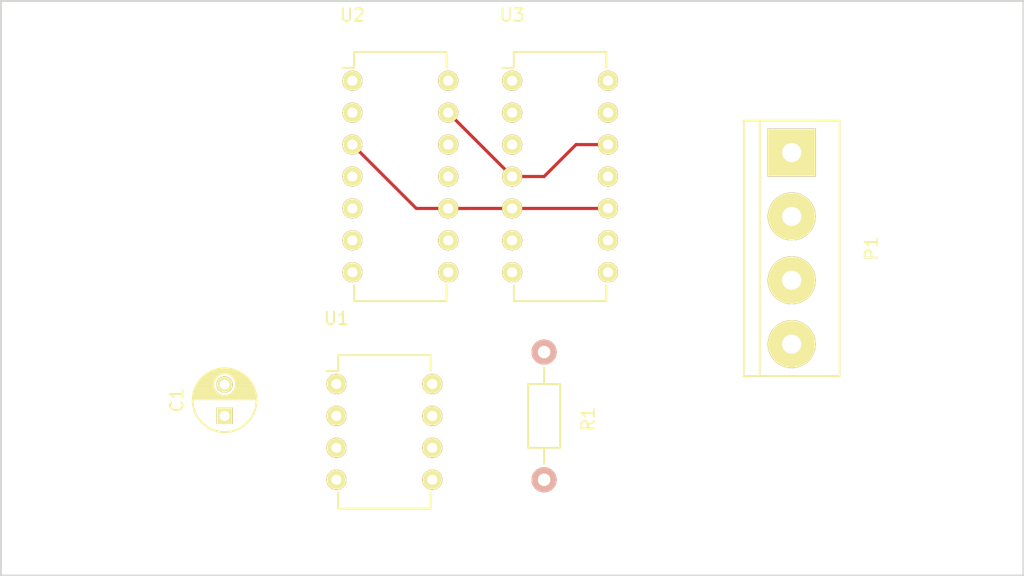
<source format=kicad_pcb>
(kicad_pcb (version 4) (host pcbnew 4.0.2+dfsg1-stable)

  (general
    (links 30)
    (no_connects 25)
    (area 109.22 90.17 191.77 137.16)
    (thickness 1.6)
    (drawings 4)
    (tracks 9)
    (zones 0)
    (modules 6)
    (nets 15)
  )

  (page A4)
  (layers
    (0 F.Cu signal)
    (31 B.Cu signal)
    (32 B.Adhes user)
    (33 F.Adhes user)
    (34 B.Paste user)
    (35 F.Paste user)
    (36 B.SilkS user)
    (37 F.SilkS user)
    (38 B.Mask user)
    (39 F.Mask user)
    (40 Dwgs.User user)
    (41 Cmts.User user)
    (42 Eco1.User user)
    (43 Eco2.User user)
    (44 Edge.Cuts user)
    (45 Margin user)
    (46 B.CrtYd user)
    (47 F.CrtYd user)
    (48 B.Fab user)
    (49 F.Fab user)
  )

  (setup
    (last_trace_width 0.25)
    (trace_clearance 0.2)
    (zone_clearance 0.508)
    (zone_45_only no)
    (trace_min 0.2)
    (segment_width 0.2)
    (edge_width 0.15)
    (via_size 0.6)
    (via_drill 0.4)
    (via_min_size 0.4)
    (via_min_drill 0.3)
    (uvia_size 0.3)
    (uvia_drill 0.1)
    (uvias_allowed no)
    (uvia_min_size 0.2)
    (uvia_min_drill 0.1)
    (pcb_text_width 0.3)
    (pcb_text_size 1.5 1.5)
    (mod_edge_width 0.15)
    (mod_text_size 1 1)
    (mod_text_width 0.15)
    (pad_size 1.524 1.524)
    (pad_drill 0.762)
    (pad_to_mask_clearance 0.2)
    (aux_axis_origin 0 0)
    (visible_elements FFFFFF7F)
    (pcbplotparams
      (layerselection 0x00030_80000001)
      (usegerberextensions false)
      (excludeedgelayer true)
      (linewidth 0.100000)
      (plotframeref false)
      (viasonmask false)
      (mode 1)
      (useauxorigin false)
      (hpglpennumber 1)
      (hpglpenspeed 20)
      (hpglpendiameter 15)
      (hpglpenoverlay 2)
      (psnegative false)
      (psa4output false)
      (plotreference true)
      (plotvalue true)
      (plotinvisibletext false)
      (padsonsilk false)
      (subtractmaskfromsilk false)
      (outputformat 1)
      (mirror false)
      (drillshape 1)
      (scaleselection 1)
      (outputdirectory ""))
  )

  (net 0 "")
  (net 1 "Net-(C1-Pad1)")
  (net 2 GND)
  (net 3 "Net-(P1-Pad2)")
  (net 4 "Net-(P1-Pad3)")
  (net 5 "Net-(P1-Pad1)")
  (net 6 "Net-(P1-Pad4)")
  (net 7 VCC)
  (net 8 "Net-(R1-Pad2)")
  (net 9 "Net-(U1-Pad3)")
  (net 10 "Net-(U1-Pad5)")
  (net 11 "Net-(U2-Pad10)")
  (net 12 "Net-(U2-Pad6)")
  (net 13 "Net-(U2-Pad13)")
  (net 14 "Net-(U2-Pad9)")

  (net_class Default "This is the default net class."
    (clearance 0.2)
    (trace_width 0.25)
    (via_dia 0.6)
    (via_drill 0.4)
    (uvia_dia 0.3)
    (uvia_drill 0.1)
    (add_net GND)
    (add_net "Net-(C1-Pad1)")
    (add_net "Net-(P1-Pad1)")
    (add_net "Net-(P1-Pad2)")
    (add_net "Net-(P1-Pad3)")
    (add_net "Net-(P1-Pad4)")
    (add_net "Net-(R1-Pad2)")
    (add_net "Net-(U1-Pad3)")
    (add_net "Net-(U1-Pad5)")
    (add_net "Net-(U2-Pad10)")
    (add_net "Net-(U2-Pad13)")
    (add_net "Net-(U2-Pad6)")
    (add_net "Net-(U2-Pad9)")
    (add_net VCC)
  )

  (module Capacitors_ThroughHole:C_Radial_D5_L11_P2.5 placed (layer F.Cu) (tedit 0) (tstamp 5DE96D49)
    (at 128.27 124.46 90)
    (descr "Radial Electrolytic Capacitor Diameter 5mm x Length 11mm, Pitch 2.5mm")
    (tags "Electrolytic Capacitor")
    (path /5DE6BE73)
    (fp_text reference C1 (at 1.25 -3.8 90) (layer F.SilkS)
      (effects (font (size 1 1) (thickness 0.15)))
    )
    (fp_text value CP_Small (at 1.25 3.8 90) (layer F.Fab)
      (effects (font (size 1 1) (thickness 0.15)))
    )
    (fp_line (start 1.325 -2.499) (end 1.325 2.499) (layer F.SilkS) (width 0.15))
    (fp_line (start 1.465 -2.491) (end 1.465 2.491) (layer F.SilkS) (width 0.15))
    (fp_line (start 1.605 -2.475) (end 1.605 -0.095) (layer F.SilkS) (width 0.15))
    (fp_line (start 1.605 0.095) (end 1.605 2.475) (layer F.SilkS) (width 0.15))
    (fp_line (start 1.745 -2.451) (end 1.745 -0.49) (layer F.SilkS) (width 0.15))
    (fp_line (start 1.745 0.49) (end 1.745 2.451) (layer F.SilkS) (width 0.15))
    (fp_line (start 1.885 -2.418) (end 1.885 -0.657) (layer F.SilkS) (width 0.15))
    (fp_line (start 1.885 0.657) (end 1.885 2.418) (layer F.SilkS) (width 0.15))
    (fp_line (start 2.025 -2.377) (end 2.025 -0.764) (layer F.SilkS) (width 0.15))
    (fp_line (start 2.025 0.764) (end 2.025 2.377) (layer F.SilkS) (width 0.15))
    (fp_line (start 2.165 -2.327) (end 2.165 -0.835) (layer F.SilkS) (width 0.15))
    (fp_line (start 2.165 0.835) (end 2.165 2.327) (layer F.SilkS) (width 0.15))
    (fp_line (start 2.305 -2.266) (end 2.305 -0.879) (layer F.SilkS) (width 0.15))
    (fp_line (start 2.305 0.879) (end 2.305 2.266) (layer F.SilkS) (width 0.15))
    (fp_line (start 2.445 -2.196) (end 2.445 -0.898) (layer F.SilkS) (width 0.15))
    (fp_line (start 2.445 0.898) (end 2.445 2.196) (layer F.SilkS) (width 0.15))
    (fp_line (start 2.585 -2.114) (end 2.585 -0.896) (layer F.SilkS) (width 0.15))
    (fp_line (start 2.585 0.896) (end 2.585 2.114) (layer F.SilkS) (width 0.15))
    (fp_line (start 2.725 -2.019) (end 2.725 -0.871) (layer F.SilkS) (width 0.15))
    (fp_line (start 2.725 0.871) (end 2.725 2.019) (layer F.SilkS) (width 0.15))
    (fp_line (start 2.865 -1.908) (end 2.865 -0.823) (layer F.SilkS) (width 0.15))
    (fp_line (start 2.865 0.823) (end 2.865 1.908) (layer F.SilkS) (width 0.15))
    (fp_line (start 3.005 -1.78) (end 3.005 -0.745) (layer F.SilkS) (width 0.15))
    (fp_line (start 3.005 0.745) (end 3.005 1.78) (layer F.SilkS) (width 0.15))
    (fp_line (start 3.145 -1.631) (end 3.145 -0.628) (layer F.SilkS) (width 0.15))
    (fp_line (start 3.145 0.628) (end 3.145 1.631) (layer F.SilkS) (width 0.15))
    (fp_line (start 3.285 -1.452) (end 3.285 -0.44) (layer F.SilkS) (width 0.15))
    (fp_line (start 3.285 0.44) (end 3.285 1.452) (layer F.SilkS) (width 0.15))
    (fp_line (start 3.425 -1.233) (end 3.425 1.233) (layer F.SilkS) (width 0.15))
    (fp_line (start 3.565 -0.944) (end 3.565 0.944) (layer F.SilkS) (width 0.15))
    (fp_line (start 3.705 -0.472) (end 3.705 0.472) (layer F.SilkS) (width 0.15))
    (fp_circle (center 2.5 0) (end 2.5 -0.9) (layer F.SilkS) (width 0.15))
    (fp_circle (center 1.25 0) (end 1.25 -2.5375) (layer F.SilkS) (width 0.15))
    (fp_circle (center 1.25 0) (end 1.25 -2.8) (layer F.CrtYd) (width 0.05))
    (pad 1 thru_hole rect (at 0 0 90) (size 1.3 1.3) (drill 0.8) (layers *.Cu *.Mask F.SilkS)
      (net 1 "Net-(C1-Pad1)"))
    (pad 2 thru_hole circle (at 2.5 0 90) (size 1.3 1.3) (drill 0.8) (layers *.Cu *.Mask F.SilkS)
      (net 2 GND))
    (model Capacitors_ThroughHole.3dshapes/C_Radial_D5_L11_P2.5.wrl
      (at (xyz 0.049213 0 0))
      (scale (xyz 1 1 1))
      (rotate (xyz 0 0 90))
    )
  )

  (module Connect:bornier4 placed (layer F.Cu) (tedit 0) (tstamp 5DE96D56)
    (at 173.355 111.125 270)
    (descr "Bornier d'alimentation 4 pins")
    (tags DEV)
    (path /5DE6E28C)
    (fp_text reference P1 (at 0 -6.35 270) (layer F.SilkS)
      (effects (font (size 1 1) (thickness 0.15)))
    )
    (fp_text value CONN_01X04 (at 0 5.08 270) (layer F.Fab)
      (effects (font (size 1 1) (thickness 0.15)))
    )
    (fp_line (start -10.16 -3.81) (end -10.16 3.81) (layer F.SilkS) (width 0.15))
    (fp_line (start 10.16 3.81) (end 10.16 -3.81) (layer F.SilkS) (width 0.15))
    (fp_line (start 10.16 2.54) (end -10.16 2.54) (layer F.SilkS) (width 0.15))
    (fp_line (start -10.16 -3.81) (end 10.16 -3.81) (layer F.SilkS) (width 0.15))
    (fp_line (start -10.16 3.81) (end 10.16 3.81) (layer F.SilkS) (width 0.15))
    (pad 2 thru_hole circle (at -2.54 0 270) (size 3.81 3.81) (drill 1.524) (layers *.Cu *.Mask F.SilkS)
      (net 3 "Net-(P1-Pad2)"))
    (pad 3 thru_hole circle (at 2.54 0 270) (size 3.81 3.81) (drill 1.524) (layers *.Cu *.Mask F.SilkS)
      (net 4 "Net-(P1-Pad3)"))
    (pad 1 thru_hole rect (at -7.62 0 270) (size 3.81 3.81) (drill 1.524) (layers *.Cu *.Mask F.SilkS)
      (net 5 "Net-(P1-Pad1)"))
    (pad 4 thru_hole circle (at 7.62 0 270) (size 3.81 3.81) (drill 1.524) (layers *.Cu *.Mask F.SilkS)
      (net 6 "Net-(P1-Pad4)"))
    (model Connect.3dshapes/bornier4.wrl
      (at (xyz 0 0 0))
      (scale (xyz 1 1 1))
      (rotate (xyz 0 0 0))
    )
  )

  (module Resistors_ThroughHole:Resistor_Horizontal_RM10mm placed (layer F.Cu) (tedit 56648415) (tstamp 5DE96D66)
    (at 153.67 119.38 270)
    (descr "Resistor, Axial,  RM 10mm, 1/3W")
    (tags "Resistor Axial RM 10mm 1/3W")
    (path /5DE6C7E1)
    (fp_text reference R1 (at 5.32892 -3.50012 270) (layer F.SilkS)
      (effects (font (size 1 1) (thickness 0.15)))
    )
    (fp_text value R_Small (at 5.08 3.81 270) (layer F.Fab)
      (effects (font (size 1 1) (thickness 0.15)))
    )
    (fp_line (start -1.25 -1.5) (end 11.4 -1.5) (layer F.CrtYd) (width 0.05))
    (fp_line (start -1.25 1.5) (end -1.25 -1.5) (layer F.CrtYd) (width 0.05))
    (fp_line (start 11.4 -1.5) (end 11.4 1.5) (layer F.CrtYd) (width 0.05))
    (fp_line (start -1.25 1.5) (end 11.4 1.5) (layer F.CrtYd) (width 0.05))
    (fp_line (start 2.54 -1.27) (end 7.62 -1.27) (layer F.SilkS) (width 0.15))
    (fp_line (start 7.62 -1.27) (end 7.62 1.27) (layer F.SilkS) (width 0.15))
    (fp_line (start 7.62 1.27) (end 2.54 1.27) (layer F.SilkS) (width 0.15))
    (fp_line (start 2.54 1.27) (end 2.54 -1.27) (layer F.SilkS) (width 0.15))
    (fp_line (start 2.54 0) (end 1.27 0) (layer F.SilkS) (width 0.15))
    (fp_line (start 7.62 0) (end 8.89 0) (layer F.SilkS) (width 0.15))
    (pad 1 thru_hole circle (at 0 0 270) (size 1.99898 1.99898) (drill 1.00076) (layers *.Cu *.SilkS *.Mask)
      (net 7 VCC))
    (pad 2 thru_hole circle (at 10.16 0 270) (size 1.99898 1.99898) (drill 1.00076) (layers *.Cu *.SilkS *.Mask)
      (net 8 "Net-(R1-Pad2)"))
    (model Resistors_ThroughHole.3dshapes/Resistor_Horizontal_RM10mm.wrl
      (at (xyz 0 0 0))
      (scale (xyz 0.4 0.4 0.4))
      (rotate (xyz 0 0 0))
    )
  )

  (module Housings_DIP:DIP-8_W7.62mm placed (layer F.Cu) (tedit 54130A77) (tstamp 5DE96D7D)
    (at 137.16 121.92)
    (descr "8-lead dip package, row spacing 7.62 mm (300 mils)")
    (tags "dil dip 2.54 300")
    (path /5DE6991B)
    (fp_text reference U1 (at 0 -5.22) (layer F.SilkS)
      (effects (font (size 1 1) (thickness 0.15)))
    )
    (fp_text value LM555N (at 0 -3.72) (layer F.Fab)
      (effects (font (size 1 1) (thickness 0.15)))
    )
    (fp_line (start -1.05 -2.45) (end -1.05 10.1) (layer F.CrtYd) (width 0.05))
    (fp_line (start 8.65 -2.45) (end 8.65 10.1) (layer F.CrtYd) (width 0.05))
    (fp_line (start -1.05 -2.45) (end 8.65 -2.45) (layer F.CrtYd) (width 0.05))
    (fp_line (start -1.05 10.1) (end 8.65 10.1) (layer F.CrtYd) (width 0.05))
    (fp_line (start 0.135 -2.295) (end 0.135 -1.025) (layer F.SilkS) (width 0.15))
    (fp_line (start 7.485 -2.295) (end 7.485 -1.025) (layer F.SilkS) (width 0.15))
    (fp_line (start 7.485 9.915) (end 7.485 8.645) (layer F.SilkS) (width 0.15))
    (fp_line (start 0.135 9.915) (end 0.135 8.645) (layer F.SilkS) (width 0.15))
    (fp_line (start 0.135 -2.295) (end 7.485 -2.295) (layer F.SilkS) (width 0.15))
    (fp_line (start 0.135 9.915) (end 7.485 9.915) (layer F.SilkS) (width 0.15))
    (fp_line (start 0.135 -1.025) (end -0.8 -1.025) (layer F.SilkS) (width 0.15))
    (pad 1 thru_hole oval (at 0 0) (size 1.6 1.6) (drill 0.8) (layers *.Cu *.Mask F.SilkS)
      (net 2 GND))
    (pad 2 thru_hole oval (at 0 2.54) (size 1.6 1.6) (drill 0.8) (layers *.Cu *.Mask F.SilkS)
      (net 1 "Net-(C1-Pad1)"))
    (pad 3 thru_hole oval (at 0 5.08) (size 1.6 1.6) (drill 0.8) (layers *.Cu *.Mask F.SilkS)
      (net 9 "Net-(U1-Pad3)"))
    (pad 4 thru_hole oval (at 0 7.62) (size 1.6 1.6) (drill 0.8) (layers *.Cu *.Mask F.SilkS)
      (net 7 VCC))
    (pad 5 thru_hole oval (at 7.62 7.62) (size 1.6 1.6) (drill 0.8) (layers *.Cu *.Mask F.SilkS)
      (net 10 "Net-(U1-Pad5)"))
    (pad 6 thru_hole oval (at 7.62 5.08) (size 1.6 1.6) (drill 0.8) (layers *.Cu *.Mask F.SilkS)
      (net 1 "Net-(C1-Pad1)"))
    (pad 7 thru_hole oval (at 7.62 2.54) (size 1.6 1.6) (drill 0.8) (layers *.Cu *.Mask F.SilkS)
      (net 8 "Net-(R1-Pad2)"))
    (pad 8 thru_hole oval (at 7.62 0) (size 1.6 1.6) (drill 0.8) (layers *.Cu *.Mask F.SilkS)
      (net 7 VCC))
    (model Housings_DIP.3dshapes/DIP-8_W7.62mm.wrl
      (at (xyz 0 0 0))
      (scale (xyz 1 1 1))
      (rotate (xyz 0 0 0))
    )
  )

  (module Housings_DIP:DIP-14_W7.62mm placed (layer F.Cu) (tedit 54130A77) (tstamp 5DE96D9A)
    (at 138.43 97.79)
    (descr "14-lead dip package, row spacing 7.62 mm (300 mils)")
    (tags "dil dip 2.54 300")
    (path /5DE69E4B)
    (fp_text reference U2 (at 0 -5.22) (layer F.SilkS)
      (effects (font (size 1 1) (thickness 0.15)))
    )
    (fp_text value 74LS109 (at 0 -3.72) (layer F.Fab)
      (effects (font (size 1 1) (thickness 0.15)))
    )
    (fp_line (start -1.05 -2.45) (end -1.05 17.7) (layer F.CrtYd) (width 0.05))
    (fp_line (start 8.65 -2.45) (end 8.65 17.7) (layer F.CrtYd) (width 0.05))
    (fp_line (start -1.05 -2.45) (end 8.65 -2.45) (layer F.CrtYd) (width 0.05))
    (fp_line (start -1.05 17.7) (end 8.65 17.7) (layer F.CrtYd) (width 0.05))
    (fp_line (start 0.135 -2.295) (end 0.135 -1.025) (layer F.SilkS) (width 0.15))
    (fp_line (start 7.485 -2.295) (end 7.485 -1.025) (layer F.SilkS) (width 0.15))
    (fp_line (start 7.485 17.535) (end 7.485 16.265) (layer F.SilkS) (width 0.15))
    (fp_line (start 0.135 17.535) (end 0.135 16.265) (layer F.SilkS) (width 0.15))
    (fp_line (start 0.135 -2.295) (end 7.485 -2.295) (layer F.SilkS) (width 0.15))
    (fp_line (start 0.135 17.535) (end 7.485 17.535) (layer F.SilkS) (width 0.15))
    (fp_line (start 0.135 -1.025) (end -0.8 -1.025) (layer F.SilkS) (width 0.15))
    (pad 1 thru_hole oval (at 0 0) (size 1.6 1.6) (drill 0.8) (layers *.Cu *.Mask F.SilkS)
      (net 7 VCC))
    (pad 2 thru_hole oval (at 0 2.54) (size 1.6 1.6) (drill 0.8) (layers *.Cu *.Mask F.SilkS)
      (net 11 "Net-(U2-Pad10)"))
    (pad 3 thru_hole oval (at 0 5.08) (size 1.6 1.6) (drill 0.8) (layers *.Cu *.Mask F.SilkS)
      (net 11 "Net-(U2-Pad10)"))
    (pad 4 thru_hole oval (at 0 7.62) (size 1.6 1.6) (drill 0.8) (layers *.Cu *.Mask F.SilkS)
      (net 9 "Net-(U1-Pad3)"))
    (pad 5 thru_hole oval (at 0 10.16) (size 1.6 1.6) (drill 0.8) (layers *.Cu *.Mask F.SilkS)
      (net 7 VCC))
    (pad 6 thru_hole oval (at 0 12.7) (size 1.6 1.6) (drill 0.8) (layers *.Cu *.Mask F.SilkS)
      (net 12 "Net-(U2-Pad6)"))
    (pad 7 thru_hole oval (at 0 15.24) (size 1.6 1.6) (drill 0.8) (layers *.Cu *.Mask F.SilkS)
      (net 13 "Net-(U2-Pad13)"))
    (pad 8 thru_hole oval (at 7.62 15.24) (size 1.6 1.6) (drill 0.8) (layers *.Cu *.Mask F.SilkS)
      (net 2 GND))
    (pad 9 thru_hole oval (at 7.62 12.7) (size 1.6 1.6) (drill 0.8) (layers *.Cu *.Mask F.SilkS)
      (net 14 "Net-(U2-Pad9)"))
    (pad 10 thru_hole oval (at 7.62 10.16) (size 1.6 1.6) (drill 0.8) (layers *.Cu *.Mask F.SilkS)
      (net 11 "Net-(U2-Pad10)"))
    (pad 11 thru_hole oval (at 7.62 7.62) (size 1.6 1.6) (drill 0.8) (layers *.Cu *.Mask F.SilkS)
      (net 7 VCC))
    (pad 12 thru_hole oval (at 7.62 5.08) (size 1.6 1.6) (drill 0.8) (layers *.Cu *.Mask F.SilkS)
      (net 9 "Net-(U1-Pad3)"))
    (pad 13 thru_hole oval (at 7.62 2.54) (size 1.6 1.6) (drill 0.8) (layers *.Cu *.Mask F.SilkS)
      (net 13 "Net-(U2-Pad13)"))
    (pad 14 thru_hole oval (at 7.62 0) (size 1.6 1.6) (drill 0.8) (layers *.Cu *.Mask F.SilkS)
      (net 13 "Net-(U2-Pad13)"))
    (model Housings_DIP.3dshapes/DIP-14_W7.62mm.wrl
      (at (xyz 0 0 0))
      (scale (xyz 1 1 1))
      (rotate (xyz 0 0 0))
    )
  )

  (module Housings_DIP:DIP-14_W7.62mm placed (layer F.Cu) (tedit 54130A77) (tstamp 5DE96DB7)
    (at 151.13 97.79)
    (descr "14-lead dip package, row spacing 7.62 mm (300 mils)")
    (tags "dil dip 2.54 300")
    (path /5DE69B79)
    (fp_text reference U3 (at 0 -5.22) (layer F.SilkS)
      (effects (font (size 1 1) (thickness 0.15)))
    )
    (fp_text value 74LS08 (at 0 -3.72) (layer F.Fab)
      (effects (font (size 1 1) (thickness 0.15)))
    )
    (fp_line (start -1.05 -2.45) (end -1.05 17.7) (layer F.CrtYd) (width 0.05))
    (fp_line (start 8.65 -2.45) (end 8.65 17.7) (layer F.CrtYd) (width 0.05))
    (fp_line (start -1.05 -2.45) (end 8.65 -2.45) (layer F.CrtYd) (width 0.05))
    (fp_line (start -1.05 17.7) (end 8.65 17.7) (layer F.CrtYd) (width 0.05))
    (fp_line (start 0.135 -2.295) (end 0.135 -1.025) (layer F.SilkS) (width 0.15))
    (fp_line (start 7.485 -2.295) (end 7.485 -1.025) (layer F.SilkS) (width 0.15))
    (fp_line (start 7.485 17.535) (end 7.485 16.265) (layer F.SilkS) (width 0.15))
    (fp_line (start 0.135 17.535) (end 0.135 16.265) (layer F.SilkS) (width 0.15))
    (fp_line (start 0.135 -2.295) (end 7.485 -2.295) (layer F.SilkS) (width 0.15))
    (fp_line (start 0.135 17.535) (end 7.485 17.535) (layer F.SilkS) (width 0.15))
    (fp_line (start 0.135 -1.025) (end -0.8 -1.025) (layer F.SilkS) (width 0.15))
    (pad 1 thru_hole oval (at 0 0) (size 1.6 1.6) (drill 0.8) (layers *.Cu *.Mask F.SilkS)
      (net 12 "Net-(U2-Pad6)"))
    (pad 2 thru_hole oval (at 0 2.54) (size 1.6 1.6) (drill 0.8) (layers *.Cu *.Mask F.SilkS)
      (net 14 "Net-(U2-Pad9)"))
    (pad 3 thru_hole oval (at 0 5.08) (size 1.6 1.6) (drill 0.8) (layers *.Cu *.Mask F.SilkS)
      (net 5 "Net-(P1-Pad1)"))
    (pad 4 thru_hole oval (at 0 7.62) (size 1.6 1.6) (drill 0.8) (layers *.Cu *.Mask F.SilkS)
      (net 13 "Net-(U2-Pad13)"))
    (pad 5 thru_hole oval (at 0 10.16) (size 1.6 1.6) (drill 0.8) (layers *.Cu *.Mask F.SilkS)
      (net 11 "Net-(U2-Pad10)"))
    (pad 6 thru_hole oval (at 0 12.7) (size 1.6 1.6) (drill 0.8) (layers *.Cu *.Mask F.SilkS)
      (net 3 "Net-(P1-Pad2)"))
    (pad 7 thru_hole oval (at 0 15.24) (size 1.6 1.6) (drill 0.8) (layers *.Cu *.Mask F.SilkS)
      (net 2 GND))
    (pad 8 thru_hole oval (at 7.62 15.24) (size 1.6 1.6) (drill 0.8) (layers *.Cu *.Mask F.SilkS)
      (net 4 "Net-(P1-Pad3)"))
    (pad 9 thru_hole oval (at 7.62 12.7) (size 1.6 1.6) (drill 0.8) (layers *.Cu *.Mask F.SilkS)
      (net 13 "Net-(U2-Pad13)"))
    (pad 10 thru_hole oval (at 7.62 10.16) (size 1.6 1.6) (drill 0.8) (layers *.Cu *.Mask F.SilkS)
      (net 11 "Net-(U2-Pad10)"))
    (pad 11 thru_hole oval (at 7.62 7.62) (size 1.6 1.6) (drill 0.8) (layers *.Cu *.Mask F.SilkS)
      (net 6 "Net-(P1-Pad4)"))
    (pad 12 thru_hole oval (at 7.62 5.08) (size 1.6 1.6) (drill 0.8) (layers *.Cu *.Mask F.SilkS)
      (net 13 "Net-(U2-Pad13)"))
    (pad 13 thru_hole oval (at 7.62 2.54) (size 1.6 1.6) (drill 0.8) (layers *.Cu *.Mask F.SilkS)
      (net 14 "Net-(U2-Pad9)"))
    (pad 14 thru_hole oval (at 7.62 0) (size 1.6 1.6) (drill 0.8) (layers *.Cu *.Mask F.SilkS)
      (net 7 VCC))
    (model Housings_DIP.3dshapes/DIP-14_W7.62mm.wrl
      (at (xyz 0 0 0))
      (scale (xyz 1 1 1))
      (rotate (xyz 0 0 0))
    )
  )

  (gr_line (start 191.77 91.44) (end 110.49 91.44) (angle 90) (layer Edge.Cuts) (width 0.15))
  (gr_line (start 191.77 137.16) (end 191.77 91.44) (angle 90) (layer Edge.Cuts) (width 0.15))
  (gr_line (start 110.49 137.16) (end 191.77 137.16) (angle 90) (layer Edge.Cuts) (width 0.15))
  (gr_line (start 110.49 91.44) (end 110.49 137.16) (angle 90) (layer Edge.Cuts) (width 0.15))

  (segment (start 158.75 107.95) (end 151.13 107.95) (width 0.25) (layer F.Cu) (net 11) (status C00000))
  (segment (start 151.13 107.95) (end 147.32 107.95) (width 0.25) (layer F.Cu) (net 11) (status 400000))
  (segment (start 147.32 107.95) (end 146.05 107.95) (width 0.25) (layer F.Cu) (net 11) (tstamp 5DE96F2C) (status 800000))
  (segment (start 138.43 102.87) (end 143.51 107.95) (width 0.25) (layer F.Cu) (net 11) (status 400000))
  (segment (start 143.51 107.95) (end 146.05 107.95) (width 0.25) (layer F.Cu) (net 11) (tstamp 5DE96F2B) (status 800000))
  (segment (start 158.75 102.87) (end 156.21 102.87) (width 0.25) (layer F.Cu) (net 13) (status 400000))
  (segment (start 153.67 105.41) (end 151.13 105.41) (width 0.25) (layer F.Cu) (net 13) (tstamp 5DE96F37) (status 800000))
  (segment (start 156.21 102.87) (end 153.67 105.41) (width 0.25) (layer F.Cu) (net 13) (tstamp 5DE96F35))
  (segment (start 146.05 100.33) (end 151.13 105.41) (width 0.25) (layer F.Cu) (net 13) (status C00000))

)

</source>
